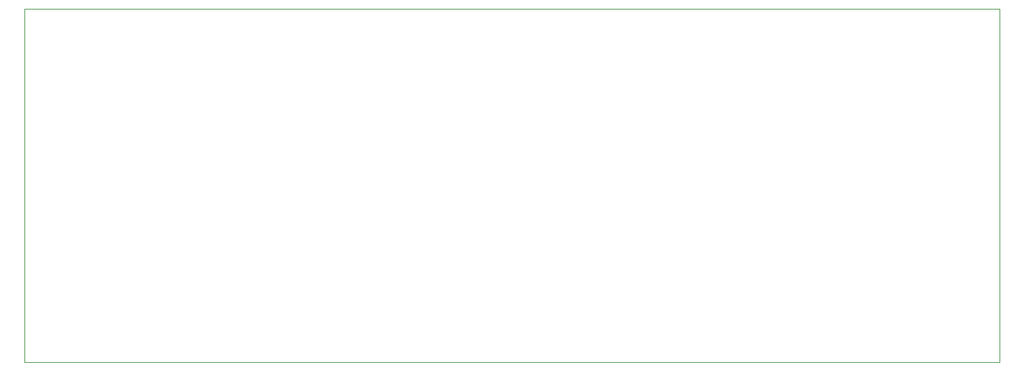
<source format=gbr>
%TF.GenerationSoftware,KiCad,Pcbnew,8.0.4*%
%TF.CreationDate,2024-08-17T13:27:17+02:00*%
%TF.ProjectId,letterboxsensor,6c657474-6572-4626-9f78-73656e736f72,rev?*%
%TF.SameCoordinates,Original*%
%TF.FileFunction,Profile,NP*%
%FSLAX46Y46*%
G04 Gerber Fmt 4.6, Leading zero omitted, Abs format (unit mm)*
G04 Created by KiCad (PCBNEW 8.0.4) date 2024-08-17 13:27:17*
%MOMM*%
%LPD*%
G01*
G04 APERTURE LIST*
%TA.AperFunction,Profile*%
%ADD10C,0.050000*%
%TD*%
G04 APERTURE END LIST*
D10*
X71000000Y-43000000D02*
X192500000Y-43000000D01*
X192500000Y-87000000D01*
X71000000Y-87000000D01*
X71000000Y-43000000D01*
M02*

</source>
